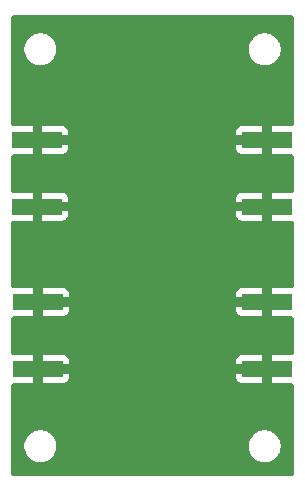
<source format=gbr>
%TF.GenerationSoftware,KiCad,Pcbnew,8.0.5-8.0.5-0~ubuntu22.04.1*%
%TF.CreationDate,2025-01-06T18:32:54-03:00*%
%TF.ProjectId,preenfasis,70726565-6e66-4617-9369-732e6b696361,v1.0*%
%TF.SameCoordinates,Original*%
%TF.FileFunction,Copper,L2,Bot*%
%TF.FilePolarity,Positive*%
%FSLAX46Y46*%
G04 Gerber Fmt 4.6, Leading zero omitted, Abs format (unit mm)*
G04 Created by KiCad (PCBNEW 8.0.5-8.0.5-0~ubuntu22.04.1) date 2025-01-06 18:32:54*
%MOMM*%
%LPD*%
G01*
G04 APERTURE LIST*
%TA.AperFunction,SMDPad,CuDef*%
%ADD10R,4.200000X1.350000*%
%TD*%
%TA.AperFunction,ViaPad*%
%ADD11C,0.600000*%
%TD*%
G04 APERTURE END LIST*
D10*
%TO.P,J3,2,Ext*%
%TO.N,Net-(J1-Ext)*%
X102743000Y-71065500D03*
X102743000Y-76715500D03*
%TD*%
%TO.P,J2,2,Ext*%
%TO.N,Net-(J1-Ext)*%
X122174000Y-90455000D03*
X122174000Y-84805000D03*
%TD*%
%TO.P,J4,2,Ext*%
%TO.N,Net-(J1-Ext)*%
X122174000Y-76715500D03*
X122174000Y-71065500D03*
%TD*%
%TO.P,J1,2,Ext*%
%TO.N,Net-(J1-Ext)*%
X102816000Y-84805000D03*
X102816000Y-90455000D03*
%TD*%
D11*
%TO.N,Net-(J1-Ext)*%
X102816000Y-83185000D03*
X122174000Y-92049600D03*
X102768400Y-69469000D03*
X122174000Y-83261200D03*
X122174000Y-69469000D03*
X102816000Y-92075000D03*
X122174000Y-78282800D03*
X102725000Y-78232000D03*
%TD*%
%TA.AperFunction,Conductor*%
%TO.N,Net-(J1-Ext)*%
G36*
X124345788Y-60519454D02*
G01*
X124426570Y-60573430D01*
X124480546Y-60654212D01*
X124499500Y-60749500D01*
X124499500Y-69641500D01*
X124480546Y-69736788D01*
X124426570Y-69817570D01*
X124345788Y-69871546D01*
X124250500Y-69890500D01*
X122574001Y-69890500D01*
X122574000Y-69890501D01*
X122574000Y-72240499D01*
X122574001Y-72240500D01*
X124250500Y-72240500D01*
X124345788Y-72259454D01*
X124426570Y-72313430D01*
X124480546Y-72394212D01*
X124499500Y-72489500D01*
X124499500Y-75291500D01*
X124480546Y-75386788D01*
X124426570Y-75467570D01*
X124345788Y-75521546D01*
X124250500Y-75540500D01*
X122574001Y-75540500D01*
X122574000Y-75540501D01*
X122574000Y-77890499D01*
X122574001Y-77890500D01*
X124250500Y-77890500D01*
X124345788Y-77909454D01*
X124426570Y-77963430D01*
X124480546Y-78044212D01*
X124499500Y-78139500D01*
X124499500Y-83381000D01*
X124480546Y-83476288D01*
X124426570Y-83557070D01*
X124345788Y-83611046D01*
X124250500Y-83630000D01*
X122574001Y-83630000D01*
X122574000Y-83630001D01*
X122574000Y-85979999D01*
X122574001Y-85980000D01*
X124250500Y-85980000D01*
X124345788Y-85998954D01*
X124426570Y-86052930D01*
X124480546Y-86133712D01*
X124499500Y-86229000D01*
X124499500Y-89031000D01*
X124480546Y-89126288D01*
X124426570Y-89207070D01*
X124345788Y-89261046D01*
X124250500Y-89280000D01*
X122574001Y-89280000D01*
X122574000Y-89280001D01*
X122574000Y-91629999D01*
X122574001Y-91630000D01*
X124250500Y-91630000D01*
X124345788Y-91648954D01*
X124426570Y-91702930D01*
X124480546Y-91783712D01*
X124499500Y-91879000D01*
X124499500Y-99250500D01*
X124480546Y-99345788D01*
X124426570Y-99426570D01*
X124345788Y-99480546D01*
X124250500Y-99499500D01*
X100749500Y-99499500D01*
X100654212Y-99480546D01*
X100573430Y-99426570D01*
X100519454Y-99345788D01*
X100500500Y-99250500D01*
X100500500Y-96893703D01*
X101649500Y-96893703D01*
X101649500Y-97106296D01*
X101682753Y-97316240D01*
X101682754Y-97316243D01*
X101748443Y-97518412D01*
X101844949Y-97707816D01*
X101969896Y-97879792D01*
X102120208Y-98030104D01*
X102292184Y-98155051D01*
X102481588Y-98251557D01*
X102683757Y-98317246D01*
X102757601Y-98328941D01*
X102893703Y-98350499D01*
X102893710Y-98350499D01*
X102893713Y-98350500D01*
X102893716Y-98350500D01*
X103106284Y-98350500D01*
X103106287Y-98350500D01*
X103106290Y-98350499D01*
X103106296Y-98350499D01*
X103205476Y-98334789D01*
X103316243Y-98317246D01*
X103518412Y-98251557D01*
X103707816Y-98155051D01*
X103879792Y-98030104D01*
X104030104Y-97879792D01*
X104155051Y-97707816D01*
X104251557Y-97518412D01*
X104317246Y-97316243D01*
X104350500Y-97106287D01*
X104350500Y-96893713D01*
X104350499Y-96893710D01*
X104350499Y-96893703D01*
X120649500Y-96893703D01*
X120649500Y-97106296D01*
X120682753Y-97316240D01*
X120682754Y-97316243D01*
X120748443Y-97518412D01*
X120844949Y-97707816D01*
X120969896Y-97879792D01*
X121120208Y-98030104D01*
X121292184Y-98155051D01*
X121481588Y-98251557D01*
X121683757Y-98317246D01*
X121757601Y-98328941D01*
X121893703Y-98350499D01*
X121893710Y-98350499D01*
X121893713Y-98350500D01*
X121893716Y-98350500D01*
X122106284Y-98350500D01*
X122106287Y-98350500D01*
X122106290Y-98350499D01*
X122106296Y-98350499D01*
X122205476Y-98334789D01*
X122316243Y-98317246D01*
X122518412Y-98251557D01*
X122707816Y-98155051D01*
X122879792Y-98030104D01*
X123030104Y-97879792D01*
X123155051Y-97707816D01*
X123251557Y-97518412D01*
X123317246Y-97316243D01*
X123350500Y-97106287D01*
X123350500Y-96893713D01*
X123350499Y-96893710D01*
X123350499Y-96893703D01*
X123317246Y-96683759D01*
X123317246Y-96683757D01*
X123251557Y-96481588D01*
X123155051Y-96292184D01*
X123030104Y-96120208D01*
X122879792Y-95969896D01*
X122707816Y-95844949D01*
X122518412Y-95748443D01*
X122518409Y-95748442D01*
X122518407Y-95748441D01*
X122316240Y-95682753D01*
X122106296Y-95649500D01*
X122106287Y-95649500D01*
X121893713Y-95649500D01*
X121893703Y-95649500D01*
X121683759Y-95682753D01*
X121481592Y-95748441D01*
X121292182Y-95844950D01*
X121120206Y-95969897D01*
X120969897Y-96120206D01*
X120844950Y-96292182D01*
X120748441Y-96481592D01*
X120682753Y-96683759D01*
X120649500Y-96893703D01*
X104350499Y-96893703D01*
X104317246Y-96683759D01*
X104317246Y-96683757D01*
X104251557Y-96481588D01*
X104155051Y-96292184D01*
X104030104Y-96120208D01*
X103879792Y-95969896D01*
X103707816Y-95844949D01*
X103518412Y-95748443D01*
X103518409Y-95748442D01*
X103518407Y-95748441D01*
X103316240Y-95682753D01*
X103106296Y-95649500D01*
X103106287Y-95649500D01*
X102893713Y-95649500D01*
X102893703Y-95649500D01*
X102683759Y-95682753D01*
X102481592Y-95748441D01*
X102292182Y-95844950D01*
X102120206Y-95969897D01*
X101969897Y-96120206D01*
X101844950Y-96292182D01*
X101748441Y-96481592D01*
X101682753Y-96683759D01*
X101649500Y-96893703D01*
X100500500Y-96893703D01*
X100500500Y-91879000D01*
X100519454Y-91783712D01*
X100573430Y-91702930D01*
X100654212Y-91648954D01*
X100749500Y-91630000D01*
X102415999Y-91630000D01*
X102416000Y-91629999D01*
X102416000Y-90855001D01*
X103216000Y-90855001D01*
X103216000Y-91629999D01*
X103216001Y-91630000D01*
X104963825Y-91630000D01*
X104963832Y-91629999D01*
X105023371Y-91623598D01*
X105023378Y-91623596D01*
X105158087Y-91573353D01*
X105273187Y-91487189D01*
X105273189Y-91487187D01*
X105359353Y-91372087D01*
X105409596Y-91237378D01*
X105409598Y-91237371D01*
X105415999Y-91177832D01*
X105416000Y-91177825D01*
X105416000Y-90855001D01*
X119574000Y-90855001D01*
X119574000Y-91177832D01*
X119580401Y-91237371D01*
X119580403Y-91237378D01*
X119630646Y-91372087D01*
X119716810Y-91487187D01*
X119716812Y-91487189D01*
X119831912Y-91573353D01*
X119966621Y-91623596D01*
X119966628Y-91623598D01*
X120026167Y-91629999D01*
X120026175Y-91630000D01*
X121773999Y-91630000D01*
X121774000Y-91629999D01*
X121774000Y-90855001D01*
X121773999Y-90855000D01*
X119574001Y-90855000D01*
X119574000Y-90855001D01*
X105416000Y-90855001D01*
X105415999Y-90855000D01*
X103216001Y-90855000D01*
X103216000Y-90855001D01*
X102416000Y-90855001D01*
X102416000Y-89280001D01*
X103216000Y-89280001D01*
X103216000Y-90054999D01*
X103216001Y-90055000D01*
X105415999Y-90055000D01*
X105416000Y-90054999D01*
X105416000Y-89732175D01*
X105415999Y-89732167D01*
X119574000Y-89732167D01*
X119574000Y-90054999D01*
X119574001Y-90055000D01*
X121773999Y-90055000D01*
X121774000Y-90054999D01*
X121774000Y-89280001D01*
X121773999Y-89280000D01*
X120026167Y-89280000D01*
X119966628Y-89286401D01*
X119966621Y-89286403D01*
X119831912Y-89336646D01*
X119716812Y-89422810D01*
X119716810Y-89422812D01*
X119630646Y-89537912D01*
X119580403Y-89672621D01*
X119580401Y-89672628D01*
X119574000Y-89732167D01*
X105415999Y-89732167D01*
X105409598Y-89672628D01*
X105409596Y-89672621D01*
X105359353Y-89537912D01*
X105273189Y-89422812D01*
X105273187Y-89422810D01*
X105158087Y-89336646D01*
X105023378Y-89286403D01*
X105023371Y-89286401D01*
X104963832Y-89280000D01*
X103216001Y-89280000D01*
X103216000Y-89280001D01*
X102416000Y-89280001D01*
X102415999Y-89280000D01*
X100749500Y-89280000D01*
X100654212Y-89261046D01*
X100573430Y-89207070D01*
X100519454Y-89126288D01*
X100500500Y-89031000D01*
X100500500Y-86229000D01*
X100519454Y-86133712D01*
X100573430Y-86052930D01*
X100654212Y-85998954D01*
X100749500Y-85980000D01*
X102415999Y-85980000D01*
X102416000Y-85979999D01*
X102416000Y-85205001D01*
X103216000Y-85205001D01*
X103216000Y-85979999D01*
X103216001Y-85980000D01*
X104963825Y-85980000D01*
X104963832Y-85979999D01*
X105023371Y-85973598D01*
X105023378Y-85973596D01*
X105158087Y-85923353D01*
X105273187Y-85837189D01*
X105273189Y-85837187D01*
X105359353Y-85722087D01*
X105409596Y-85587378D01*
X105409598Y-85587371D01*
X105415999Y-85527832D01*
X105416000Y-85527825D01*
X105416000Y-85205001D01*
X119574000Y-85205001D01*
X119574000Y-85527832D01*
X119580401Y-85587371D01*
X119580403Y-85587378D01*
X119630646Y-85722087D01*
X119716810Y-85837187D01*
X119716812Y-85837189D01*
X119831912Y-85923353D01*
X119966621Y-85973596D01*
X119966628Y-85973598D01*
X120026167Y-85979999D01*
X120026175Y-85980000D01*
X121773999Y-85980000D01*
X121774000Y-85979999D01*
X121774000Y-85205001D01*
X121773999Y-85205000D01*
X119574001Y-85205000D01*
X119574000Y-85205001D01*
X105416000Y-85205001D01*
X105415999Y-85205000D01*
X103216001Y-85205000D01*
X103216000Y-85205001D01*
X102416000Y-85205001D01*
X102416000Y-83630001D01*
X103216000Y-83630001D01*
X103216000Y-84404999D01*
X103216001Y-84405000D01*
X105415999Y-84405000D01*
X105416000Y-84404999D01*
X105416000Y-84082175D01*
X105415999Y-84082167D01*
X119574000Y-84082167D01*
X119574000Y-84404999D01*
X119574001Y-84405000D01*
X121773999Y-84405000D01*
X121774000Y-84404999D01*
X121774000Y-83630001D01*
X121773999Y-83630000D01*
X120026167Y-83630000D01*
X119966628Y-83636401D01*
X119966621Y-83636403D01*
X119831912Y-83686646D01*
X119716812Y-83772810D01*
X119716810Y-83772812D01*
X119630646Y-83887912D01*
X119580403Y-84022621D01*
X119580401Y-84022628D01*
X119574000Y-84082167D01*
X105415999Y-84082167D01*
X105409598Y-84022628D01*
X105409596Y-84022621D01*
X105359353Y-83887912D01*
X105273189Y-83772812D01*
X105273187Y-83772810D01*
X105158087Y-83686646D01*
X105023378Y-83636403D01*
X105023371Y-83636401D01*
X104963832Y-83630000D01*
X103216001Y-83630000D01*
X103216000Y-83630001D01*
X102416000Y-83630001D01*
X102415999Y-83630000D01*
X100749500Y-83630000D01*
X100654212Y-83611046D01*
X100573430Y-83557070D01*
X100519454Y-83476288D01*
X100500500Y-83381000D01*
X100500500Y-78139500D01*
X100519454Y-78044212D01*
X100573430Y-77963430D01*
X100654212Y-77909454D01*
X100749500Y-77890500D01*
X102342999Y-77890500D01*
X102343000Y-77890499D01*
X102343000Y-77115501D01*
X103143000Y-77115501D01*
X103143000Y-77890499D01*
X103143001Y-77890500D01*
X104890825Y-77890500D01*
X104890832Y-77890499D01*
X104950371Y-77884098D01*
X104950378Y-77884096D01*
X105085087Y-77833853D01*
X105200187Y-77747689D01*
X105200189Y-77747687D01*
X105286353Y-77632587D01*
X105336596Y-77497878D01*
X105336598Y-77497871D01*
X105342999Y-77438332D01*
X105343000Y-77438325D01*
X105343000Y-77115501D01*
X119574000Y-77115501D01*
X119574000Y-77438332D01*
X119580401Y-77497871D01*
X119580403Y-77497878D01*
X119630646Y-77632587D01*
X119716810Y-77747687D01*
X119716812Y-77747689D01*
X119831912Y-77833853D01*
X119966621Y-77884096D01*
X119966628Y-77884098D01*
X120026167Y-77890499D01*
X120026175Y-77890500D01*
X121773999Y-77890500D01*
X121774000Y-77890499D01*
X121774000Y-77115501D01*
X121773999Y-77115500D01*
X119574001Y-77115500D01*
X119574000Y-77115501D01*
X105343000Y-77115501D01*
X105342999Y-77115500D01*
X103143001Y-77115500D01*
X103143000Y-77115501D01*
X102343000Y-77115501D01*
X102343000Y-75540501D01*
X103143000Y-75540501D01*
X103143000Y-76315499D01*
X103143001Y-76315500D01*
X105342999Y-76315500D01*
X105343000Y-76315499D01*
X105343000Y-75992675D01*
X105342999Y-75992667D01*
X119574000Y-75992667D01*
X119574000Y-76315499D01*
X119574001Y-76315500D01*
X121773999Y-76315500D01*
X121774000Y-76315499D01*
X121774000Y-75540501D01*
X121773999Y-75540500D01*
X120026167Y-75540500D01*
X119966628Y-75546901D01*
X119966621Y-75546903D01*
X119831912Y-75597146D01*
X119716812Y-75683310D01*
X119716810Y-75683312D01*
X119630646Y-75798412D01*
X119580403Y-75933121D01*
X119580401Y-75933128D01*
X119574000Y-75992667D01*
X105342999Y-75992667D01*
X105336598Y-75933128D01*
X105336596Y-75933121D01*
X105286353Y-75798412D01*
X105200189Y-75683312D01*
X105200187Y-75683310D01*
X105085087Y-75597146D01*
X104950378Y-75546903D01*
X104950371Y-75546901D01*
X104890832Y-75540500D01*
X103143001Y-75540500D01*
X103143000Y-75540501D01*
X102343000Y-75540501D01*
X102342999Y-75540500D01*
X100749500Y-75540500D01*
X100654212Y-75521546D01*
X100573430Y-75467570D01*
X100519454Y-75386788D01*
X100500500Y-75291500D01*
X100500500Y-72489500D01*
X100519454Y-72394212D01*
X100573430Y-72313430D01*
X100654212Y-72259454D01*
X100749500Y-72240500D01*
X102342999Y-72240500D01*
X102343000Y-72240499D01*
X102343000Y-71465501D01*
X103143000Y-71465501D01*
X103143000Y-72240499D01*
X103143001Y-72240500D01*
X104890825Y-72240500D01*
X104890832Y-72240499D01*
X104950371Y-72234098D01*
X104950378Y-72234096D01*
X105085087Y-72183853D01*
X105200187Y-72097689D01*
X105200189Y-72097687D01*
X105286353Y-71982587D01*
X105336596Y-71847878D01*
X105336598Y-71847871D01*
X105342999Y-71788332D01*
X105343000Y-71788325D01*
X105343000Y-71465501D01*
X119574000Y-71465501D01*
X119574000Y-71788332D01*
X119580401Y-71847871D01*
X119580403Y-71847878D01*
X119630646Y-71982587D01*
X119716810Y-72097687D01*
X119716812Y-72097689D01*
X119831912Y-72183853D01*
X119966621Y-72234096D01*
X119966628Y-72234098D01*
X120026167Y-72240499D01*
X120026175Y-72240500D01*
X121773999Y-72240500D01*
X121774000Y-72240499D01*
X121774000Y-71465501D01*
X121773999Y-71465500D01*
X119574001Y-71465500D01*
X119574000Y-71465501D01*
X105343000Y-71465501D01*
X105342999Y-71465500D01*
X103143001Y-71465500D01*
X103143000Y-71465501D01*
X102343000Y-71465501D01*
X102343000Y-69890501D01*
X103143000Y-69890501D01*
X103143000Y-70665499D01*
X103143001Y-70665500D01*
X105342999Y-70665500D01*
X105343000Y-70665499D01*
X105343000Y-70342675D01*
X105342999Y-70342667D01*
X119574000Y-70342667D01*
X119574000Y-70665499D01*
X119574001Y-70665500D01*
X121773999Y-70665500D01*
X121774000Y-70665499D01*
X121774000Y-69890501D01*
X121773999Y-69890500D01*
X120026167Y-69890500D01*
X119966628Y-69896901D01*
X119966621Y-69896903D01*
X119831912Y-69947146D01*
X119716812Y-70033310D01*
X119716810Y-70033312D01*
X119630646Y-70148412D01*
X119580403Y-70283121D01*
X119580401Y-70283128D01*
X119574000Y-70342667D01*
X105342999Y-70342667D01*
X105336598Y-70283128D01*
X105336596Y-70283121D01*
X105286353Y-70148412D01*
X105200189Y-70033312D01*
X105200187Y-70033310D01*
X105085087Y-69947146D01*
X104950378Y-69896903D01*
X104950371Y-69896901D01*
X104890832Y-69890500D01*
X103143001Y-69890500D01*
X103143000Y-69890501D01*
X102343000Y-69890501D01*
X102342999Y-69890500D01*
X100749500Y-69890500D01*
X100654212Y-69871546D01*
X100573430Y-69817570D01*
X100519454Y-69736788D01*
X100500500Y-69641500D01*
X100500500Y-63284203D01*
X101649500Y-63284203D01*
X101649500Y-63496796D01*
X101682753Y-63706740D01*
X101682754Y-63706743D01*
X101748443Y-63908912D01*
X101844949Y-64098316D01*
X101969896Y-64270292D01*
X102120208Y-64420604D01*
X102292184Y-64545551D01*
X102481588Y-64642057D01*
X102683757Y-64707746D01*
X102757601Y-64719441D01*
X102893703Y-64740999D01*
X102893710Y-64740999D01*
X102893713Y-64741000D01*
X102893716Y-64741000D01*
X103106284Y-64741000D01*
X103106287Y-64741000D01*
X103106290Y-64740999D01*
X103106296Y-64740999D01*
X103205476Y-64725289D01*
X103316243Y-64707746D01*
X103518412Y-64642057D01*
X103707816Y-64545551D01*
X103879792Y-64420604D01*
X104030104Y-64270292D01*
X104155051Y-64098316D01*
X104251557Y-63908912D01*
X104317246Y-63706743D01*
X104350500Y-63496787D01*
X104350500Y-63284213D01*
X104350499Y-63284210D01*
X104350499Y-63284203D01*
X120649500Y-63284203D01*
X120649500Y-63496796D01*
X120682753Y-63706740D01*
X120682754Y-63706743D01*
X120748443Y-63908912D01*
X120844949Y-64098316D01*
X120969896Y-64270292D01*
X121120208Y-64420604D01*
X121292184Y-64545551D01*
X121481588Y-64642057D01*
X121683757Y-64707746D01*
X121757601Y-64719441D01*
X121893703Y-64740999D01*
X121893710Y-64740999D01*
X121893713Y-64741000D01*
X121893716Y-64741000D01*
X122106284Y-64741000D01*
X122106287Y-64741000D01*
X122106290Y-64740999D01*
X122106296Y-64740999D01*
X122205476Y-64725289D01*
X122316243Y-64707746D01*
X122518412Y-64642057D01*
X122707816Y-64545551D01*
X122879792Y-64420604D01*
X123030104Y-64270292D01*
X123155051Y-64098316D01*
X123251557Y-63908912D01*
X123317246Y-63706743D01*
X123350500Y-63496787D01*
X123350500Y-63284213D01*
X123350499Y-63284210D01*
X123350499Y-63284203D01*
X123317246Y-63074259D01*
X123317246Y-63074257D01*
X123251557Y-62872088D01*
X123155051Y-62682684D01*
X123030104Y-62510708D01*
X122879792Y-62360396D01*
X122707816Y-62235449D01*
X122518412Y-62138943D01*
X122518409Y-62138942D01*
X122518407Y-62138941D01*
X122316240Y-62073253D01*
X122106296Y-62040000D01*
X122106287Y-62040000D01*
X121893713Y-62040000D01*
X121893703Y-62040000D01*
X121683759Y-62073253D01*
X121481592Y-62138941D01*
X121292182Y-62235450D01*
X121120206Y-62360397D01*
X120969897Y-62510706D01*
X120844950Y-62682682D01*
X120748441Y-62872092D01*
X120682753Y-63074259D01*
X120649500Y-63284203D01*
X104350499Y-63284203D01*
X104317246Y-63074259D01*
X104317246Y-63074257D01*
X104251557Y-62872088D01*
X104155051Y-62682684D01*
X104030104Y-62510708D01*
X103879792Y-62360396D01*
X103707816Y-62235449D01*
X103518412Y-62138943D01*
X103518409Y-62138942D01*
X103518407Y-62138941D01*
X103316240Y-62073253D01*
X103106296Y-62040000D01*
X103106287Y-62040000D01*
X102893713Y-62040000D01*
X102893703Y-62040000D01*
X102683759Y-62073253D01*
X102481592Y-62138941D01*
X102292182Y-62235450D01*
X102120206Y-62360397D01*
X101969897Y-62510706D01*
X101844950Y-62682682D01*
X101748441Y-62872092D01*
X101682753Y-63074259D01*
X101649500Y-63284203D01*
X100500500Y-63284203D01*
X100500500Y-60749500D01*
X100519454Y-60654212D01*
X100573430Y-60573430D01*
X100654212Y-60519454D01*
X100749500Y-60500500D01*
X124250500Y-60500500D01*
X124345788Y-60519454D01*
G37*
%TD.AperFunction*%
%TD*%
M02*

</source>
